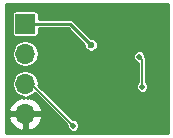
<source format=gbl>
G04 #@! TF.FileFunction,Copper,L2,Bot,Signal*
%FSLAX46Y46*%
G04 Gerber Fmt 4.6, Leading zero omitted, Abs format (unit mm)*
G04 Created by KiCad (PCBNEW 4.0.4-stable) date 04/08/18 20:01:15*
%MOMM*%
%LPD*%
G01*
G04 APERTURE LIST*
%ADD10C,0.050000*%
%ADD11R,1.700000X1.700000*%
%ADD12O,1.700000X1.700000*%
%ADD13C,0.500000*%
%ADD14C,0.600000*%
%ADD15C,0.150000*%
%ADD16C,0.250000*%
%ADD17C,0.254000*%
G04 APERTURE END LIST*
D10*
D11*
X119380000Y-105918000D03*
D12*
X119380000Y-108458000D03*
X119380000Y-110998000D03*
X119380000Y-113538000D03*
D13*
X124460000Y-113030000D03*
X130048000Y-114554000D03*
X129032000Y-108712000D03*
X129286000Y-111252000D03*
D14*
X124968000Y-107696000D03*
D13*
X123444000Y-114554000D03*
D15*
X124460000Y-113792000D02*
X124460000Y-113030000D01*
X125476000Y-114808000D02*
X124460000Y-113792000D01*
X129794000Y-114808000D02*
X125476000Y-114808000D01*
X130048000Y-114554000D02*
X129794000Y-114808000D01*
X129032000Y-108712000D02*
X129286000Y-108966000D01*
X129286000Y-108966000D02*
X129286000Y-111252000D01*
D16*
X119380000Y-105918000D02*
X123190000Y-105918000D01*
X123190000Y-105918000D02*
X124968000Y-107696000D01*
D15*
X119380000Y-110998000D02*
X119888000Y-110998000D01*
X119888000Y-110998000D02*
X123444000Y-114554000D01*
D17*
G36*
X131445000Y-115189000D02*
X117729000Y-115189000D01*
X117729000Y-113894890D01*
X117938524Y-113894890D01*
X118108355Y-114304924D01*
X118498642Y-114733183D01*
X119023108Y-114979486D01*
X119253000Y-114858819D01*
X119253000Y-113665000D01*
X119507000Y-113665000D01*
X119507000Y-114858819D01*
X119736892Y-114979486D01*
X120261358Y-114733183D01*
X120651645Y-114304924D01*
X120821476Y-113894890D01*
X120700155Y-113665000D01*
X119507000Y-113665000D01*
X119253000Y-113665000D01*
X118059845Y-113665000D01*
X117938524Y-113894890D01*
X117729000Y-113894890D01*
X117729000Y-113181110D01*
X117938524Y-113181110D01*
X118059845Y-113411000D01*
X119253000Y-113411000D01*
X119253000Y-113391000D01*
X119507000Y-113391000D01*
X119507000Y-113411000D01*
X120700155Y-113411000D01*
X120821476Y-113181110D01*
X120651645Y-112771076D01*
X120261358Y-112342817D01*
X119736892Y-112096514D01*
X119507002Y-112217180D01*
X119507002Y-112104129D01*
X119833363Y-112039212D01*
X120191865Y-111799669D01*
X122917025Y-114524828D01*
X122916908Y-114658367D01*
X122996970Y-114852132D01*
X123145088Y-115000509D01*
X123338713Y-115080909D01*
X123548367Y-115081092D01*
X123742132Y-115001030D01*
X123890509Y-114852912D01*
X123970909Y-114659287D01*
X123971092Y-114449633D01*
X123891030Y-114255868D01*
X123742912Y-114107491D01*
X123549287Y-114027091D01*
X123414777Y-114026974D01*
X120505308Y-111117504D01*
X120529079Y-110998000D01*
X120443291Y-110566716D01*
X120198988Y-110201091D01*
X119833363Y-109956788D01*
X119402079Y-109871000D01*
X119357921Y-109871000D01*
X118926637Y-109956788D01*
X118561012Y-110201091D01*
X118316709Y-110566716D01*
X118230921Y-110998000D01*
X118316709Y-111429284D01*
X118561012Y-111794909D01*
X118926637Y-112039212D01*
X119252998Y-112104129D01*
X119252998Y-112217180D01*
X119023108Y-112096514D01*
X118498642Y-112342817D01*
X118108355Y-112771076D01*
X117938524Y-113181110D01*
X117729000Y-113181110D01*
X117729000Y-108458000D01*
X118230921Y-108458000D01*
X118316709Y-108889284D01*
X118561012Y-109254909D01*
X118926637Y-109499212D01*
X119357921Y-109585000D01*
X119402079Y-109585000D01*
X119833363Y-109499212D01*
X120198988Y-109254909D01*
X120443291Y-108889284D01*
X120457795Y-108816367D01*
X128504908Y-108816367D01*
X128584970Y-109010132D01*
X128733088Y-109158509D01*
X128926713Y-109238909D01*
X128934000Y-109238915D01*
X128934000Y-110858744D01*
X128839491Y-110953088D01*
X128759091Y-111146713D01*
X128758908Y-111356367D01*
X128838970Y-111550132D01*
X128987088Y-111698509D01*
X129180713Y-111778909D01*
X129390367Y-111779092D01*
X129584132Y-111699030D01*
X129732509Y-111550912D01*
X129812909Y-111357287D01*
X129813092Y-111147633D01*
X129733030Y-110953868D01*
X129638000Y-110858672D01*
X129638000Y-108966000D01*
X129611206Y-108831295D01*
X129558965Y-108753111D01*
X129559092Y-108607633D01*
X129479030Y-108413868D01*
X129330912Y-108265491D01*
X129137287Y-108185091D01*
X128927633Y-108184908D01*
X128733868Y-108264970D01*
X128585491Y-108413088D01*
X128505091Y-108606713D01*
X128504908Y-108816367D01*
X120457795Y-108816367D01*
X120529079Y-108458000D01*
X120443291Y-108026716D01*
X120198988Y-107661091D01*
X119833363Y-107416788D01*
X119402079Y-107331000D01*
X119357921Y-107331000D01*
X118926637Y-107416788D01*
X118561012Y-107661091D01*
X118316709Y-108026716D01*
X118230921Y-108458000D01*
X117729000Y-108458000D01*
X117729000Y-105068000D01*
X118247574Y-105068000D01*
X118247574Y-106768000D01*
X118266889Y-106870650D01*
X118327555Y-106964927D01*
X118420120Y-107028175D01*
X118530000Y-107050426D01*
X120230000Y-107050426D01*
X120332650Y-107031111D01*
X120426927Y-106970445D01*
X120490175Y-106877880D01*
X120512426Y-106768000D01*
X120512426Y-106320000D01*
X123023486Y-106320000D01*
X124391007Y-107687521D01*
X124390900Y-107810269D01*
X124478558Y-108022417D01*
X124640729Y-108184871D01*
X124852724Y-108272900D01*
X125082269Y-108273100D01*
X125294417Y-108185442D01*
X125456871Y-108023271D01*
X125544900Y-107811276D01*
X125545100Y-107581731D01*
X125457442Y-107369583D01*
X125295271Y-107207129D01*
X125083276Y-107119100D01*
X124959506Y-107118992D01*
X123474257Y-105633743D01*
X123343839Y-105546600D01*
X123190000Y-105516000D01*
X120512426Y-105516000D01*
X120512426Y-105068000D01*
X120493111Y-104965350D01*
X120432445Y-104871073D01*
X120339880Y-104807825D01*
X120230000Y-104785574D01*
X118530000Y-104785574D01*
X118427350Y-104804889D01*
X118333073Y-104865555D01*
X118269825Y-104958120D01*
X118247574Y-105068000D01*
X117729000Y-105068000D01*
X117729000Y-104267000D01*
X131445000Y-104267000D01*
X131445000Y-115189000D01*
X131445000Y-115189000D01*
G37*
X131445000Y-115189000D02*
X117729000Y-115189000D01*
X117729000Y-113894890D01*
X117938524Y-113894890D01*
X118108355Y-114304924D01*
X118498642Y-114733183D01*
X119023108Y-114979486D01*
X119253000Y-114858819D01*
X119253000Y-113665000D01*
X119507000Y-113665000D01*
X119507000Y-114858819D01*
X119736892Y-114979486D01*
X120261358Y-114733183D01*
X120651645Y-114304924D01*
X120821476Y-113894890D01*
X120700155Y-113665000D01*
X119507000Y-113665000D01*
X119253000Y-113665000D01*
X118059845Y-113665000D01*
X117938524Y-113894890D01*
X117729000Y-113894890D01*
X117729000Y-113181110D01*
X117938524Y-113181110D01*
X118059845Y-113411000D01*
X119253000Y-113411000D01*
X119253000Y-113391000D01*
X119507000Y-113391000D01*
X119507000Y-113411000D01*
X120700155Y-113411000D01*
X120821476Y-113181110D01*
X120651645Y-112771076D01*
X120261358Y-112342817D01*
X119736892Y-112096514D01*
X119507002Y-112217180D01*
X119507002Y-112104129D01*
X119833363Y-112039212D01*
X120191865Y-111799669D01*
X122917025Y-114524828D01*
X122916908Y-114658367D01*
X122996970Y-114852132D01*
X123145088Y-115000509D01*
X123338713Y-115080909D01*
X123548367Y-115081092D01*
X123742132Y-115001030D01*
X123890509Y-114852912D01*
X123970909Y-114659287D01*
X123971092Y-114449633D01*
X123891030Y-114255868D01*
X123742912Y-114107491D01*
X123549287Y-114027091D01*
X123414777Y-114026974D01*
X120505308Y-111117504D01*
X120529079Y-110998000D01*
X120443291Y-110566716D01*
X120198988Y-110201091D01*
X119833363Y-109956788D01*
X119402079Y-109871000D01*
X119357921Y-109871000D01*
X118926637Y-109956788D01*
X118561012Y-110201091D01*
X118316709Y-110566716D01*
X118230921Y-110998000D01*
X118316709Y-111429284D01*
X118561012Y-111794909D01*
X118926637Y-112039212D01*
X119252998Y-112104129D01*
X119252998Y-112217180D01*
X119023108Y-112096514D01*
X118498642Y-112342817D01*
X118108355Y-112771076D01*
X117938524Y-113181110D01*
X117729000Y-113181110D01*
X117729000Y-108458000D01*
X118230921Y-108458000D01*
X118316709Y-108889284D01*
X118561012Y-109254909D01*
X118926637Y-109499212D01*
X119357921Y-109585000D01*
X119402079Y-109585000D01*
X119833363Y-109499212D01*
X120198988Y-109254909D01*
X120443291Y-108889284D01*
X120457795Y-108816367D01*
X128504908Y-108816367D01*
X128584970Y-109010132D01*
X128733088Y-109158509D01*
X128926713Y-109238909D01*
X128934000Y-109238915D01*
X128934000Y-110858744D01*
X128839491Y-110953088D01*
X128759091Y-111146713D01*
X128758908Y-111356367D01*
X128838970Y-111550132D01*
X128987088Y-111698509D01*
X129180713Y-111778909D01*
X129390367Y-111779092D01*
X129584132Y-111699030D01*
X129732509Y-111550912D01*
X129812909Y-111357287D01*
X129813092Y-111147633D01*
X129733030Y-110953868D01*
X129638000Y-110858672D01*
X129638000Y-108966000D01*
X129611206Y-108831295D01*
X129558965Y-108753111D01*
X129559092Y-108607633D01*
X129479030Y-108413868D01*
X129330912Y-108265491D01*
X129137287Y-108185091D01*
X128927633Y-108184908D01*
X128733868Y-108264970D01*
X128585491Y-108413088D01*
X128505091Y-108606713D01*
X128504908Y-108816367D01*
X120457795Y-108816367D01*
X120529079Y-108458000D01*
X120443291Y-108026716D01*
X120198988Y-107661091D01*
X119833363Y-107416788D01*
X119402079Y-107331000D01*
X119357921Y-107331000D01*
X118926637Y-107416788D01*
X118561012Y-107661091D01*
X118316709Y-108026716D01*
X118230921Y-108458000D01*
X117729000Y-108458000D01*
X117729000Y-105068000D01*
X118247574Y-105068000D01*
X118247574Y-106768000D01*
X118266889Y-106870650D01*
X118327555Y-106964927D01*
X118420120Y-107028175D01*
X118530000Y-107050426D01*
X120230000Y-107050426D01*
X120332650Y-107031111D01*
X120426927Y-106970445D01*
X120490175Y-106877880D01*
X120512426Y-106768000D01*
X120512426Y-106320000D01*
X123023486Y-106320000D01*
X124391007Y-107687521D01*
X124390900Y-107810269D01*
X124478558Y-108022417D01*
X124640729Y-108184871D01*
X124852724Y-108272900D01*
X125082269Y-108273100D01*
X125294417Y-108185442D01*
X125456871Y-108023271D01*
X125544900Y-107811276D01*
X125545100Y-107581731D01*
X125457442Y-107369583D01*
X125295271Y-107207129D01*
X125083276Y-107119100D01*
X124959506Y-107118992D01*
X123474257Y-105633743D01*
X123343839Y-105546600D01*
X123190000Y-105516000D01*
X120512426Y-105516000D01*
X120512426Y-105068000D01*
X120493111Y-104965350D01*
X120432445Y-104871073D01*
X120339880Y-104807825D01*
X120230000Y-104785574D01*
X118530000Y-104785574D01*
X118427350Y-104804889D01*
X118333073Y-104865555D01*
X118269825Y-104958120D01*
X118247574Y-105068000D01*
X117729000Y-105068000D01*
X117729000Y-104267000D01*
X131445000Y-104267000D01*
X131445000Y-115189000D01*
M02*

</source>
